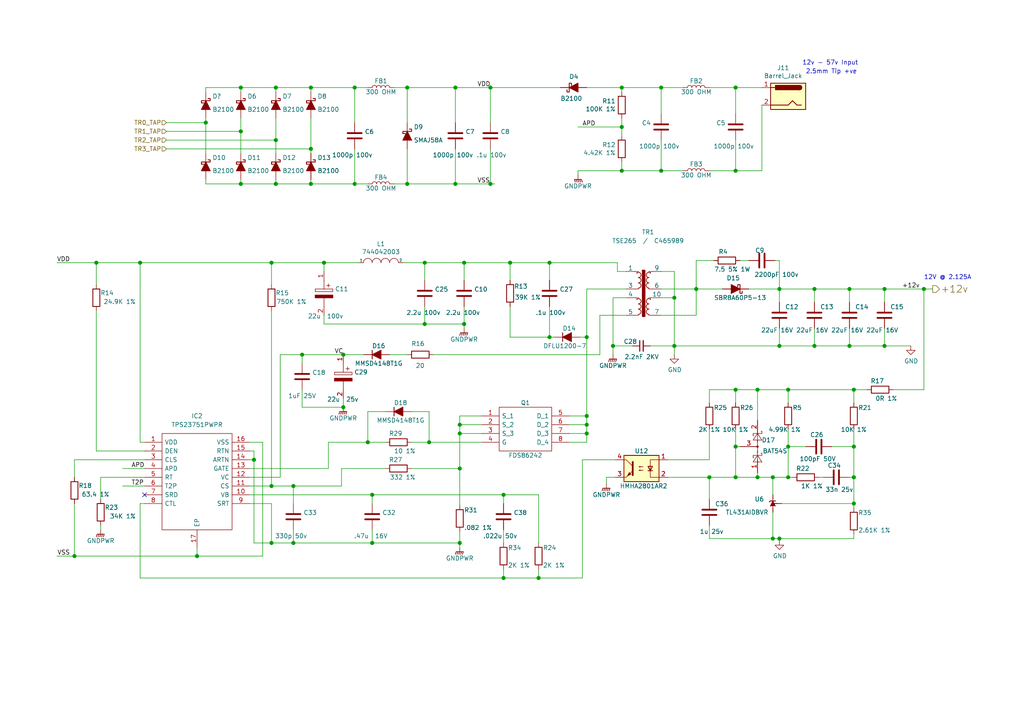
<source format=kicad_sch>
(kicad_sch (version 20201015) (generator eeschema)
  (paper "A4")
  (title_block (title "AP3500v2") (date "2021-01-19") (rev "1") (company "(c) ISis ImageStream Internet Solutions 2020") (comment 1 "www.imagestream.com"))
  (junction (at 21.59 161.29) (diameter 1.016))
  (junction (at 27.94 76.2) (diameter 1.016))
  (junction (at 40.64 76.2) (diameter 1.016))
  (junction (at 57.15 161.29) (diameter 1.016))
  (junction (at 59.69 35.56) (diameter 1.016))
  (junction (at 69.85 25.4) (diameter 1.016))
  (junction (at 69.85 38.1) (diameter 1.016))
  (junction (at 69.85 53.34) (diameter 1.016))
  (junction (at 73.66 133.35) (diameter 1.016))
  (junction (at 78.74 76.2) (diameter 1.016))
  (junction (at 78.74 140.97) (diameter 1.016))
  (junction (at 78.74 157.48) (diameter 1.016))
  (junction (at 80.01 25.4) (diameter 1.016))
  (junction (at 80.01 40.64) (diameter 1.016))
  (junction (at 80.01 53.34) (diameter 1.016))
  (junction (at 85.09 140.97) (diameter 1.016))
  (junction (at 85.09 157.48) (diameter 1.016))
  (junction (at 87.63 102.87) (diameter 1.016))
  (junction (at 90.17 25.4) (diameter 1.016))
  (junction (at 90.17 43.18) (diameter 1.016))
  (junction (at 90.17 53.34) (diameter 1.016))
  (junction (at 93.98 76.2) (diameter 1.016))
  (junction (at 99.568 102.87) (diameter 1.016))
  (junction (at 99.568 118.11) (diameter 1.016))
  (junction (at 102.87 25.4) (diameter 1.016))
  (junction (at 102.87 53.34) (diameter 1.016))
  (junction (at 106.68 128.27) (diameter 1.016))
  (junction (at 107.95 143.51) (diameter 1.016))
  (junction (at 107.95 157.48) (diameter 1.016))
  (junction (at 118.11 25.4) (diameter 1.016))
  (junction (at 118.11 53.34) (diameter 1.016))
  (junction (at 123.19 76.2) (diameter 1.016))
  (junction (at 123.19 93.98) (diameter 1.016))
  (junction (at 124.46 128.27) (diameter 1.016))
  (junction (at 132.08 25.4) (diameter 1.016))
  (junction (at 132.08 53.34) (diameter 1.016))
  (junction (at 133.35 123.19) (diameter 1.016))
  (junction (at 133.35 125.73) (diameter 1.016))
  (junction (at 133.35 135.89) (diameter 1.016))
  (junction (at 133.35 157.48) (diameter 1.016))
  (junction (at 134.62 76.2) (diameter 1.016))
  (junction (at 134.62 93.98) (diameter 1.016))
  (junction (at 142.24 25.4) (diameter 1.016))
  (junction (at 142.24 53.34) (diameter 1.016))
  (junction (at 146.05 143.51) (diameter 1.016))
  (junction (at 146.05 167.64) (diameter 1.016))
  (junction (at 147.955 76.2) (diameter 1.016))
  (junction (at 156.21 167.64) (diameter 1.016))
  (junction (at 159.385 76.2) (diameter 1.016))
  (junction (at 159.385 97.79) (diameter 1.016))
  (junction (at 170.18 97.79) (diameter 1.016))
  (junction (at 170.18 120.65) (diameter 1.016))
  (junction (at 170.18 123.19) (diameter 1.016))
  (junction (at 170.18 125.73) (diameter 1.016))
  (junction (at 177.8 100.33) (diameter 1.016))
  (junction (at 180.34 25.4) (diameter 1.016))
  (junction (at 180.34 36.83) (diameter 1.016))
  (junction (at 180.34 49.53) (diameter 1.016))
  (junction (at 191.77 25.4) (diameter 1.016))
  (junction (at 191.77 49.53) (diameter 1.016))
  (junction (at 195.58 86.36) (diameter 1.016))
  (junction (at 195.58 100.33) (diameter 1.016))
  (junction (at 201.93 83.82) (diameter 1.016))
  (junction (at 205.74 138.43) (diameter 1.016))
  (junction (at 213.36 25.4) (diameter 1.016))
  (junction (at 213.36 49.53) (diameter 1.016))
  (junction (at 213.36 113.03) (diameter 1.016))
  (junction (at 213.36 129.54) (diameter 1.016))
  (junction (at 213.36 138.43) (diameter 1.016))
  (junction (at 219.71 113.03) (diameter 1.016))
  (junction (at 219.71 138.43) (diameter 1.016))
  (junction (at 224.155 138.43) (diameter 1.016))
  (junction (at 224.155 156.21) (diameter 1.016))
  (junction (at 226.06 83.82) (diameter 1.016))
  (junction (at 226.06 100.33) (diameter 1.016))
  (junction (at 226.06 156.21) (diameter 1.016))
  (junction (at 228.6 113.03) (diameter 1.016))
  (junction (at 228.6 129.54) (diameter 1.016))
  (junction (at 228.6 138.43) (diameter 1.016))
  (junction (at 236.22 83.82) (diameter 1.016))
  (junction (at 236.22 100.33) (diameter 1.016))
  (junction (at 246.38 83.82) (diameter 1.016))
  (junction (at 246.38 100.33) (diameter 1.016))
  (junction (at 247.65 113.03) (diameter 1.016))
  (junction (at 247.65 129.54) (diameter 1.016))
  (junction (at 247.65 138.43) (diameter 1.016))
  (junction (at 247.65 146.05) (diameter 1.016))
  (junction (at 256.54 83.82) (diameter 1.016))
  (junction (at 256.54 100.33) (diameter 1.016))
  (junction (at 267.97 83.82) (diameter 1.016))
  (no_connect (at 41.91 143.51))
  (wire (pts (xy 16.51 76.2) (xy 27.94 76.2)))
  (wire (pts (xy 16.51 161.29) (xy 21.59 161.29)))
  (wire (pts (xy 21.59 133.35) (xy 41.91 133.35)))
  (wire (pts (xy 21.59 138.43) (xy 21.59 133.35)))
  (wire (pts (xy 21.59 146.05) (xy 21.59 161.29)))
  (wire (pts (xy 21.59 161.29) (xy 57.15 161.29)))
  (wire (pts (xy 27.94 76.2) (xy 27.94 82.55)))
  (wire (pts (xy 27.94 76.2) (xy 40.64 76.2)))
  (wire (pts (xy 27.94 90.17) (xy 27.94 130.81)))
  (wire (pts (xy 27.94 130.81) (xy 41.91 130.81)))
  (wire (pts (xy 29.21 138.43) (xy 41.91 138.43)))
  (wire (pts (xy 29.21 144.78) (xy 29.21 138.43)))
  (wire (pts (xy 29.21 152.4) (xy 29.21 153.67)))
  (wire (pts (xy 35.56 135.89) (xy 41.91 135.89)))
  (wire (pts (xy 35.56 140.97) (xy 41.91 140.97)))
  (wire (pts (xy 40.64 76.2) (xy 78.74 76.2)))
  (wire (pts (xy 40.64 128.27) (xy 40.64 76.2)))
  (wire (pts (xy 40.64 167.64) (xy 40.64 146.05)))
  (wire (pts (xy 41.91 128.27) (xy 40.64 128.27)))
  (wire (pts (xy 41.91 146.05) (xy 40.64 146.05)))
  (wire (pts (xy 48.26 35.56) (xy 59.69 35.56)))
  (wire (pts (xy 48.26 38.1) (xy 69.85 38.1)))
  (wire (pts (xy 48.26 40.64) (xy 80.01 40.64)))
  (wire (pts (xy 48.26 43.18) (xy 90.17 43.18)))
  (wire (pts (xy 57.15 161.29) (xy 57.15 158.75)))
  (wire (pts (xy 59.69 25.4) (xy 69.85 25.4)))
  (wire (pts (xy 59.69 26.67) (xy 59.69 25.4)))
  (wire (pts (xy 59.69 35.56) (xy 59.69 34.29)))
  (wire (pts (xy 59.69 35.56) (xy 59.69 44.45)))
  (wire (pts (xy 59.69 52.07) (xy 59.69 53.34)))
  (wire (pts (xy 59.69 53.34) (xy 69.85 53.34)))
  (wire (pts (xy 69.85 25.4) (xy 69.85 26.67)))
  (wire (pts (xy 69.85 25.4) (xy 80.01 25.4)))
  (wire (pts (xy 69.85 34.29) (xy 69.85 38.1)))
  (wire (pts (xy 69.85 38.1) (xy 69.85 44.45)))
  (wire (pts (xy 69.85 52.07) (xy 69.85 53.34)))
  (wire (pts (xy 69.85 53.34) (xy 80.01 53.34)))
  (wire (pts (xy 72.39 128.27) (xy 76.2 128.27)))
  (wire (pts (xy 72.39 133.35) (xy 73.66 133.35)))
  (wire (pts (xy 72.39 138.43) (xy 81.28 138.43)))
  (wire (pts (xy 72.39 143.51) (xy 107.95 143.51)))
  (wire (pts (xy 72.39 146.05) (xy 78.74 146.05)))
  (wire (pts (xy 73.66 130.81) (xy 72.39 130.81)))
  (wire (pts (xy 73.66 133.35) (xy 73.66 130.81)))
  (wire (pts (xy 73.66 133.35) (xy 73.66 157.48)))
  (wire (pts (xy 73.66 157.48) (xy 78.74 157.48)))
  (wire (pts (xy 76.2 128.27) (xy 76.2 161.29)))
  (wire (pts (xy 76.2 161.29) (xy 57.15 161.29)))
  (wire (pts (xy 78.74 76.2) (xy 78.74 82.55)))
  (wire (pts (xy 78.74 76.2) (xy 93.98 76.2)))
  (wire (pts (xy 78.74 90.17) (xy 78.74 140.97)))
  (wire (pts (xy 78.74 140.97) (xy 72.39 140.97)))
  (wire (pts (xy 78.74 140.97) (xy 85.09 140.97)))
  (wire (pts (xy 78.74 146.05) (xy 78.74 157.48)))
  (wire (pts (xy 80.01 25.4) (xy 80.01 26.67)))
  (wire (pts (xy 80.01 25.4) (xy 90.17 25.4)))
  (wire (pts (xy 80.01 34.29) (xy 80.01 40.64)))
  (wire (pts (xy 80.01 40.64) (xy 80.01 44.45)))
  (wire (pts (xy 80.01 52.07) (xy 80.01 53.34)))
  (wire (pts (xy 80.01 53.34) (xy 90.17 53.34)))
  (wire (pts (xy 81.28 102.87) (xy 87.63 102.87)))
  (wire (pts (xy 81.28 138.43) (xy 81.28 102.87)))
  (wire (pts (xy 85.09 140.97) (xy 85.09 146.05)))
  (wire (pts (xy 85.09 153.67) (xy 85.09 157.48)))
  (wire (pts (xy 85.09 157.48) (xy 78.74 157.48)))
  (wire (pts (xy 85.09 157.48) (xy 107.95 157.48)))
  (wire (pts (xy 87.63 102.87) (xy 87.63 105.41)))
  (wire (pts (xy 87.63 102.87) (xy 99.568 102.87)))
  (wire (pts (xy 87.63 113.03) (xy 87.63 118.11)))
  (wire (pts (xy 87.63 118.11) (xy 99.568 118.11)))
  (wire (pts (xy 90.17 25.4) (xy 90.17 26.67)))
  (wire (pts (xy 90.17 25.4) (xy 102.87 25.4)))
  (wire (pts (xy 90.17 34.29) (xy 90.17 43.18)))
  (wire (pts (xy 90.17 43.18) (xy 90.17 44.45)))
  (wire (pts (xy 90.17 52.07) (xy 90.17 53.34)))
  (wire (pts (xy 90.17 53.34) (xy 102.87 53.34)))
  (wire (pts (xy 93.98 76.2) (xy 93.98 78.74)))
  (wire (pts (xy 93.98 76.2) (xy 104.14 76.2)))
  (wire (pts (xy 93.98 93.98) (xy 93.98 91.44)))
  (wire (pts (xy 93.98 93.98) (xy 123.19 93.98)))
  (wire (pts (xy 95.25 128.27) (xy 106.68 128.27)))
  (wire (pts (xy 95.25 135.89) (xy 72.39 135.89)))
  (wire (pts (xy 95.25 135.89) (xy 95.25 128.27)))
  (wire (pts (xy 99.06 135.89) (xy 99.06 140.97)))
  (wire (pts (xy 99.06 140.97) (xy 85.09 140.97)))
  (wire (pts (xy 99.568 102.87) (xy 105.41 102.87)))
  (wire (pts (xy 99.568 115.57) (xy 99.568 118.11)))
  (wire (pts (xy 102.87 25.4) (xy 102.87 35.56)))
  (wire (pts (xy 102.87 25.4) (xy 106.68 25.4)))
  (wire (pts (xy 102.87 43.18) (xy 102.87 53.34)))
  (wire (pts (xy 102.87 53.34) (xy 106.68 53.34)))
  (wire (pts (xy 106.68 119.38) (xy 106.68 128.27)))
  (wire (pts (xy 106.68 128.27) (xy 111.76 128.27)))
  (wire (pts (xy 107.95 143.51) (xy 107.95 146.05)))
  (wire (pts (xy 107.95 143.51) (xy 146.05 143.51)))
  (wire (pts (xy 107.95 153.67) (xy 107.95 157.48)))
  (wire (pts (xy 107.95 157.48) (xy 133.35 157.48)))
  (wire (pts (xy 111.76 119.38) (xy 106.68 119.38)))
  (wire (pts (xy 111.76 135.89) (xy 99.06 135.89)))
  (wire (pts (xy 113.03 102.87) (xy 118.11 102.87)))
  (wire (pts (xy 114.3 25.4) (xy 118.11 25.4)))
  (wire (pts (xy 116.84 76.2) (xy 123.19 76.2)))
  (wire (pts (xy 118.11 25.4) (xy 118.11 35.56)))
  (wire (pts (xy 118.11 25.4) (xy 132.08 25.4)))
  (wire (pts (xy 118.11 43.18) (xy 118.11 53.34)))
  (wire (pts (xy 118.11 53.34) (xy 114.3 53.34)))
  (wire (pts (xy 119.38 119.38) (xy 124.46 119.38)))
  (wire (pts (xy 119.38 128.27) (xy 124.46 128.27)))
  (wire (pts (xy 119.38 135.89) (xy 133.35 135.89)))
  (wire (pts (xy 123.19 76.2) (xy 123.19 81.28)))
  (wire (pts (xy 123.19 76.2) (xy 134.62 76.2)))
  (wire (pts (xy 123.19 93.98) (xy 123.19 88.9)))
  (wire (pts (xy 123.19 93.98) (xy 134.62 93.98)))
  (wire (pts (xy 124.46 119.38) (xy 124.46 128.27)))
  (wire (pts (xy 124.46 128.27) (xy 139.7 128.27)))
  (wire (pts (xy 132.08 25.4) (xy 142.24 25.4)))
  (wire (pts (xy 132.08 35.56) (xy 132.08 25.4)))
  (wire (pts (xy 132.08 43.18) (xy 132.08 53.34)))
  (wire (pts (xy 132.08 53.34) (xy 118.11 53.34)))
  (wire (pts (xy 132.08 53.34) (xy 142.24 53.34)))
  (wire (pts (xy 133.35 120.65) (xy 133.35 123.19)))
  (wire (pts (xy 133.35 120.65) (xy 139.7 120.65)))
  (wire (pts (xy 133.35 123.19) (xy 133.35 125.73)))
  (wire (pts (xy 133.35 123.19) (xy 139.7 123.19)))
  (wire (pts (xy 133.35 125.73) (xy 133.35 135.89)))
  (wire (pts (xy 133.35 125.73) (xy 139.7 125.73)))
  (wire (pts (xy 133.35 135.89) (xy 133.35 146.558)))
  (wire (pts (xy 133.35 154.178) (xy 133.35 157.48)))
  (wire (pts (xy 133.35 157.48) (xy 133.35 158.75)))
  (wire (pts (xy 134.62 76.2) (xy 147.955 76.2)))
  (wire (pts (xy 134.62 81.28) (xy 134.62 76.2)))
  (wire (pts (xy 134.62 93.98) (xy 134.62 88.9)))
  (wire (pts (xy 134.62 93.98) (xy 134.62 95.25)))
  (wire (pts (xy 142.24 25.4) (xy 142.24 35.56)))
  (wire (pts (xy 142.24 25.4) (xy 162.56 25.4)))
  (wire (pts (xy 142.24 43.18) (xy 142.24 53.34)))
  (wire (pts (xy 142.24 53.34) (xy 143.51 53.34)))
  (wire (pts (xy 146.05 146.05) (xy 146.05 143.51)))
  (wire (pts (xy 146.05 153.67) (xy 146.05 157.48)))
  (wire (pts (xy 146.05 167.64) (xy 40.64 167.64)))
  (wire (pts (xy 146.05 167.64) (xy 146.05 165.1)))
  (wire (pts (xy 147.955 76.2) (xy 147.955 81.28)))
  (wire (pts (xy 147.955 88.9) (xy 147.955 97.79)))
  (wire (pts (xy 147.955 97.79) (xy 159.385 97.79)))
  (wire (pts (xy 156.21 143.51) (xy 146.05 143.51)))
  (wire (pts (xy 156.21 157.48) (xy 156.21 143.51)))
  (wire (pts (xy 156.21 165.1) (xy 156.21 167.64)))
  (wire (pts (xy 156.21 167.64) (xy 146.05 167.64)))
  (wire (pts (xy 159.385 76.2) (xy 147.955 76.2)))
  (wire (pts (xy 159.385 81.28) (xy 159.385 76.2)))
  (wire (pts (xy 159.385 97.79) (xy 159.385 88.9)))
  (wire (pts (xy 159.385 97.79) (xy 160.655 97.79)))
  (wire (pts (xy 165.1 120.65) (xy 170.18 120.65)))
  (wire (pts (xy 165.1 123.19) (xy 170.18 123.19)))
  (wire (pts (xy 165.1 125.73) (xy 170.18 125.73)))
  (wire (pts (xy 165.1 128.27) (xy 170.18 128.27)))
  (wire (pts (xy 167.64 36.83) (xy 180.34 36.83)))
  (wire (pts (xy 167.64 49.53) (xy 167.64 50.8)))
  (wire (pts (xy 167.64 49.53) (xy 180.34 49.53)))
  (wire (pts (xy 168.91 133.35) (xy 168.91 167.64)))
  (wire (pts (xy 168.91 167.64) (xy 156.21 167.64)))
  (wire (pts (xy 170.18 83.82) (xy 170.18 97.79)))
  (wire (pts (xy 170.18 83.82) (xy 181.61 83.82)))
  (wire (pts (xy 170.18 97.79) (xy 168.275 97.79)))
  (wire (pts (xy 170.18 97.79) (xy 170.18 120.65)))
  (wire (pts (xy 170.18 120.65) (xy 170.18 123.19)))
  (wire (pts (xy 170.18 123.19) (xy 170.18 125.73)))
  (wire (pts (xy 170.18 128.27) (xy 170.18 125.73)))
  (wire (pts (xy 173.99 91.44) (xy 173.99 102.87)))
  (wire (pts (xy 173.99 91.44) (xy 181.61 91.44)))
  (wire (pts (xy 173.99 102.87) (xy 125.73 102.87)))
  (wire (pts (xy 175.895 138.43) (xy 175.895 140.335)))
  (wire (pts (xy 177.8 86.36) (xy 177.8 100.33)))
  (wire (pts (xy 177.8 86.36) (xy 181.61 86.36)))
  (wire (pts (xy 177.8 100.33) (xy 177.8 102.87)))
  (wire (pts (xy 177.8 100.33) (xy 183.515 100.33)))
  (wire (pts (xy 178.435 133.35) (xy 168.91 133.35)))
  (wire (pts (xy 178.435 138.43) (xy 175.895 138.43)))
  (wire (pts (xy 179.07 76.2) (xy 159.385 76.2)))
  (wire (pts (xy 179.07 78.74) (xy 179.07 76.2)))
  (wire (pts (xy 180.34 25.4) (xy 170.18 25.4)))
  (wire (pts (xy 180.34 25.4) (xy 180.34 26.67)))
  (wire (pts (xy 180.34 34.29) (xy 180.34 36.83)))
  (wire (pts (xy 180.34 36.83) (xy 180.34 39.37)))
  (wire (pts (xy 180.34 46.99) (xy 180.34 49.53)))
  (wire (pts (xy 180.34 49.53) (xy 191.77 49.53)))
  (wire (pts (xy 181.61 78.74) (xy 179.07 78.74)))
  (wire (pts (xy 188.595 100.33) (xy 195.58 100.33)))
  (wire (pts (xy 191.77 25.4) (xy 180.34 25.4)))
  (wire (pts (xy 191.77 25.4) (xy 191.77 33.02)))
  (wire (pts (xy 191.77 40.64) (xy 191.77 49.53)))
  (wire (pts (xy 191.77 49.53) (xy 198.12 49.53)))
  (wire (pts (xy 191.77 78.74) (xy 195.58 78.74)))
  (wire (pts (xy 191.77 83.82) (xy 201.93 83.82)))
  (wire (pts (xy 191.77 86.36) (xy 195.58 86.36)))
  (wire (pts (xy 191.77 91.44) (xy 201.93 91.44)))
  (wire (pts (xy 193.675 138.43) (xy 205.74 138.43)))
  (wire (pts (xy 195.58 78.74) (xy 195.58 86.36)))
  (wire (pts (xy 195.58 86.36) (xy 195.58 100.33)))
  (wire (pts (xy 195.58 100.33) (xy 195.58 102.87)))
  (wire (pts (xy 195.58 100.33) (xy 226.06 100.33)))
  (wire (pts (xy 198.12 25.4) (xy 191.77 25.4)))
  (wire (pts (xy 201.93 75.565) (xy 201.93 83.82)))
  (wire (pts (xy 201.93 83.82) (xy 201.93 91.44)))
  (wire (pts (xy 201.93 83.82) (xy 209.55 83.82)))
  (wire (pts (xy 205.74 113.03) (xy 205.74 116.84)))
  (wire (pts (xy 205.74 113.03) (xy 213.36 113.03)))
  (wire (pts (xy 205.74 124.46) (xy 205.74 133.35)))
  (wire (pts (xy 205.74 133.35) (xy 193.675 133.35)))
  (wire (pts (xy 205.74 138.43) (xy 205.74 144.78)))
  (wire (pts (xy 205.74 138.43) (xy 213.36 138.43)))
  (wire (pts (xy 205.74 152.4) (xy 205.74 156.21)))
  (wire (pts (xy 205.74 156.21) (xy 224.155 156.21)))
  (wire (pts (xy 207.01 75.565) (xy 201.93 75.565)))
  (wire (pts (xy 213.36 25.4) (xy 205.74 25.4)))
  (wire (pts (xy 213.36 25.4) (xy 213.36 33.02)))
  (wire (pts (xy 213.36 40.64) (xy 213.36 49.53)))
  (wire (pts (xy 213.36 49.53) (xy 205.74 49.53)))
  (wire (pts (xy 213.36 113.03) (xy 219.71 113.03)))
  (wire (pts (xy 213.36 116.84) (xy 213.36 113.03)))
  (wire (pts (xy 213.36 124.46) (xy 213.36 129.54)))
  (wire (pts (xy 213.36 129.54) (xy 213.36 138.43)))
  (wire (pts (xy 213.36 129.54) (xy 214.63 129.54)))
  (wire (pts (xy 213.36 138.43) (xy 219.71 138.43)))
  (wire (pts (xy 214.63 75.565) (xy 217.17 75.565)))
  (wire (pts (xy 217.17 83.82) (xy 226.06 83.82)))
  (wire (pts (xy 219.71 113.03) (xy 219.71 121.92)))
  (wire (pts (xy 219.71 113.03) (xy 228.6 113.03)))
  (wire (pts (xy 219.71 137.16) (xy 219.71 138.43)))
  (wire (pts (xy 219.71 138.43) (xy 224.155 138.43)))
  (wire (pts (xy 220.98 25.4) (xy 213.36 25.4)))
  (wire (pts (xy 220.98 30.48) (xy 220.98 49.53)))
  (wire (pts (xy 220.98 49.53) (xy 213.36 49.53)))
  (wire (pts (xy 224.155 138.43) (xy 224.155 143.51)))
  (wire (pts (xy 224.155 138.43) (xy 228.6 138.43)))
  (wire (pts (xy 224.155 148.59) (xy 224.155 156.21)))
  (wire (pts (xy 224.155 156.21) (xy 226.06 156.21)))
  (wire (pts (xy 224.79 75.565) (xy 226.06 75.565)))
  (wire (pts (xy 226.06 75.565) (xy 226.06 83.82)))
  (wire (pts (xy 226.06 83.82) (xy 226.06 87.63)))
  (wire (pts (xy 226.06 83.82) (xy 236.22 83.82)))
  (wire (pts (xy 226.06 95.25) (xy 226.06 100.33)))
  (wire (pts (xy 226.06 100.33) (xy 236.22 100.33)))
  (wire (pts (xy 226.06 156.21) (xy 226.06 156.845)))
  (wire (pts (xy 226.695 146.05) (xy 247.65 146.05)))
  (wire (pts (xy 228.6 113.03) (xy 228.6 116.84)))
  (wire (pts (xy 228.6 113.03) (xy 247.65 113.03)))
  (wire (pts (xy 228.6 124.46) (xy 228.6 129.54)))
  (wire (pts (xy 228.6 129.54) (xy 228.6 138.43)))
  (wire (pts (xy 229.87 138.43) (xy 228.6 138.43)))
  (wire (pts (xy 233.68 129.54) (xy 228.6 129.54)))
  (wire (pts (xy 236.22 83.82) (xy 236.22 87.63)))
  (wire (pts (xy 236.22 83.82) (xy 246.38 83.82)))
  (wire (pts (xy 236.22 95.25) (xy 236.22 100.33)))
  (wire (pts (xy 236.22 100.33) (xy 246.38 100.33)))
  (wire (pts (xy 237.49 138.43) (xy 238.76 138.43)))
  (wire (pts (xy 241.3 129.54) (xy 247.65 129.54)))
  (wire (pts (xy 246.38 83.82) (xy 246.38 87.63)))
  (wire (pts (xy 246.38 83.82) (xy 256.54 83.82)))
  (wire (pts (xy 246.38 95.25) (xy 246.38 100.33)))
  (wire (pts (xy 246.38 100.33) (xy 256.54 100.33)))
  (wire (pts (xy 246.38 138.43) (xy 247.65 138.43)))
  (wire (pts (xy 247.65 113.03) (xy 247.65 116.84)))
  (wire (pts (xy 247.65 113.03) (xy 251.46 113.03)))
  (wire (pts (xy 247.65 124.46) (xy 247.65 129.54)))
  (wire (pts (xy 247.65 129.54) (xy 247.65 138.43)))
  (wire (pts (xy 247.65 138.43) (xy 247.65 146.05)))
  (wire (pts (xy 247.65 146.05) (xy 247.65 147.32)))
  (wire (pts (xy 247.65 154.94) (xy 247.65 156.21)))
  (wire (pts (xy 247.65 156.21) (xy 226.06 156.21)))
  (wire (pts (xy 256.54 83.82) (xy 256.54 87.63)))
  (wire (pts (xy 256.54 83.82) (xy 267.97 83.82)))
  (wire (pts (xy 256.54 95.25) (xy 256.54 100.33)))
  (wire (pts (xy 256.54 100.33) (xy 264.16 100.33)))
  (wire (pts (xy 259.08 113.03) (xy 267.97 113.03)))
  (wire (pts (xy 267.97 83.82) (xy 270.51 83.82)))
  (wire (pts (xy 267.97 113.03) (xy 267.97 83.82)))
  (text "2.5mm Tip +ve" (at 233.68 21.59 0) (effects (font (size 1.27 1.27)) (justify left bottom)))
  (text "12v - 57v Input" (at 248.92 19.05 180) (effects (font (size 1.27 1.27)) (justify right bottom)))
  (text "12V @ 2.125A" (at 267.97 81.28 0) (effects (font (size 1.27 1.27)) (justify left bottom)))
  (label "VDD" (at 20.32 76.2 180))
  (label "VSS" (at 20.32 161.29 180))
  (label "APD" (at 38.1 135.89 0))
  (label "T2P" (at 38.1 140.97 0))
  (label "VC" (at 99.568 102.87 180))
  (label "VDD" (at 138.43 25.4 0))
  (label "VSS" (at 138.43 53.34 0))
  (label "APD" (at 172.72 36.83 180))
  (label "+12v" (at 261.62 83.82 0))
  (hierarchical_label "TR0_TAP" (shape input) (at 48.26 35.56 180))
  (hierarchical_label "TR1_TAP" (shape input) (at 48.26 38.1 180))
  (hierarchical_label "TR2_TAP" (shape input) (at 48.26 40.64 180))
  (hierarchical_label "TR3_TAP" (shape input) (at 48.26 43.18 180))
  (hierarchical_label "+12v" (shape output) (at 270.51 83.82 0) (effects (font (size 2.007 2.007))))
  (symbol (lib_id "power:GNDPWR") (at 29.21 153.67 0) (unit 1)
    (property "Reference" "#PWR0122" (effects hide))
    (property "Value" "GNDPWR" (at 29.21 156.845 0))
  )
  (symbol (lib_id "power:GNDPWR") (at 99.568 118.11 0) (unit 1)
    (property "Reference" "#PWR0116" (effects hide))
    (property "Value" "GNDPWR" (at 99.568 121.285 0))
  )
  (symbol (lib_id "power:GNDPWR") (at 133.35 158.75 0) (unit 1)
    (property "Reference" "#PWR0128" (effects hide))
    (property "Value" "GNDPWR" (at 133.35 161.925 0))
  )
  (symbol (lib_id "power:GNDPWR") (at 134.62 95.25 0) (unit 1)
    (property "Reference" "#PWR0129" (effects hide))
    (property "Value" "GNDPWR" (at 134.62 98.425 0))
  )
  (symbol (lib_id "power:GNDPWR") (at 167.64 50.8 0) (mirror y) (unit 1)
    (property "Reference" "#PWR0135" (effects hide))
    (property "Value" "GNDPWR" (at 167.64 53.975 0))
  )
  (symbol (lib_id "power:GNDPWR") (at 175.895 140.335 0) (unit 1)
    (property "Reference" "#PWR0117" (effects hide))
    (property "Value" "GNDPWR" (at 175.895 143.51 0))
  )
  (symbol (lib_id "power:GNDPWR") (at 177.8 102.87 0) (unit 1)
    (property "Reference" "#PWR0112" (effects hide))
    (property "Value" "GNDPWR" (at 177.8 106.045 0))
  )
  (symbol (lib_id "Device:L") (at 110.49 25.4 90) (unit 1)
    (property "Reference" "FB1" (at 110.49 23.495 90))
    (property "Value" "300 OHM" (at 110.49 26.67 90))
    (property "Footprint" "Inductor_SMD:L_0603_1608Metric" (effects hide))
    (property "PartsBoxID" "742792641" (effects hide))
  )
  (symbol (lib_id "Device:L") (at 110.49 53.34 90) (unit 1)
    (property "Reference" "FB4" (at 110.49 51.435 90))
    (property "Value" "300 OHM" (at 110.49 54.61 90))
    (property "Footprint" "Inductor_SMD:L_0603_1608Metric" (effects hide))
    (property "PartsBoxID" "742792641" (effects hide))
  )
  (symbol (lib_id "Device:L") (at 201.93 25.4 270) (mirror x) (unit 1)
    (property "Reference" "FB2" (at 201.93 23.495 90))
    (property "Value" "300 OHM" (at 201.93 26.67 90))
    (property "Footprint" "Inductor_SMD:L_0603_1608Metric" (effects hide))
    (property "PartsBoxID" "742792641" (effects hide))
  )
  (symbol (lib_id "Device:L") (at 201.93 49.53 270) (mirror x) (unit 1)
    (property "Reference" "FB3" (at 201.93 47.625 90))
    (property "Value" "300 OHM" (at 201.93 50.8 90))
    (property "Footprint" "Inductor_SMD:L_0603_1608Metric" (effects hide))
    (property "PartsBoxID" "742792641" (effects hide))
  )
  (symbol (lib_id "power:GND") (at 195.58 102.87 0) (unit 1)
    (property "Reference" "#PWR0115" (effects hide))
    (property "Value" "GND" (at 195.707 107.2642 0))
  )
  (symbol (lib_id "power:GND") (at 226.06 156.845 0) (unit 1)
    (property "Reference" "#PWR0121" (effects hide))
    (property "Value" "GND" (at 226.187 161.2392 0))
  )
  (symbol (lib_id "power:GND") (at 264.16 100.33 0) (unit 1)
    (property "Reference" "#PWR0124" (effects hide))
    (property "Value" "GND" (at 264.287 104.7242 0))
  )
  (symbol (lib_id "Device:R") (at 21.59 142.24 0) (mirror y) (unit 1)
    (property "Reference" "R18" (at 26.67 140.843 0) (effects (justify left)))
    (property "Value" "63.4 1%" (at 31.75 143.383 0) (effects (justify left)))
    (property "Footprint" "Resistor_SMD:R_0603_1608Metric" (effects hide))
    (property "Part Description" "Resistor 63.4 0402 1% 100mW" (effects hide))
    (property "PartsBoxID" "0603-63.4-1%-100mW" (effects hide))
  )
  (symbol (lib_id "Device:R") (at 27.94 86.36 0) (mirror y) (unit 1)
    (property "Reference" "R14" (at 33.02 84.963 0) (effects (justify left)))
    (property "Value" "24.9K 1%" (at 39.37 87.503 0) (effects (justify left)))
    (property "Footprint" "Resistor_SMD:R_0603_1608Metric" (effects hide))
    (property "Part Description" "Resistor 24.9K 0603 .1% 63mW" (effects hide))
    (property "PartsBoxID" "0603-24.9K-1%" (effects hide))
  )
  (symbol (lib_id "Device:R") (at 29.21 148.59 0) (mirror y) (unit 1)
    (property "Reference" "R23" (at 34.29 147.193 0) (effects (justify left)))
    (property "Value" "34K 1%" (at 39.37 149.733 0) (effects (justify left)))
    (property "Footprint" "Resistor_SMD:R_0603_1608Metric" (effects hide))
    (property "Field6" "CRCW040248K7FKED" (effects hide))
    (property "Part Description" "Resistor 34K 0402 1% 63mW" (effects hide))
    (property "PartsBoxID" "0603-34K-1%" (effects hide))
  )
  (symbol (lib_id "Device:R") (at 78.74 86.36 0) (mirror y) (unit 1)
    (property "Reference" "R15" (at 83.82 84.963 0) (effects (justify left)))
    (property "Value" "750K 1%" (at 88.9 87.503 0) (effects (justify left)))
    (property "Footprint" "Resistor_SMD:R_0603_1608Metric" (effects hide))
    (property "Part Description" "Resistor 750K 0402 1% 63mW" (effects hide))
    (property "PartsBoxID" "0603-750K-1%" (effects hide))
  )
  (symbol (lib_id "Device:R") (at 115.57 128.27 90) (mirror x) (unit 1)
    (property "Reference" "R29" (at 116.713 125.73 90) (effects (justify left)))
    (property "Value" "10 1%" (at 120.523 130.81 90) (effects (justify left)))
    (property "Footprint" "Resistor_SMD:R_0603_1608Metric" (effects hide))
    (property "Part Description" "Resistor 43.2 0402 1% 63mW" (effects hide))
    (property "PartsBoxID" "CRCW060310R0JNEA" (effects hide))
  )
  (symbol (lib_id "Device:R") (at 115.57 135.89 90) (mirror x) (unit 1)
    (property "Reference" "R27" (at 116.713 133.35 90) (effects (justify left)))
    (property "Value" "332 1%" (at 120.523 138.43 90) (effects (justify left)))
    (property "Footprint" "Resistor_SMD:R_0603_1608Metric" (effects hide))
    (property "Part Description" "Resistor 332 0402 1% 63mW" (effects hide))
    (property "PartsBoxID" "0603-332-1%" (effects hide))
  )
  (symbol (lib_id "Device:R") (at 121.92 102.87 90) (unit 1)
    (property "Reference" "R16" (at 123.19 99.695 90) (effects (justify left)))
    (property "Value" "20" (at 123.19 106.045 90) (effects (justify left)))
    (property "Footprint" "Resistor_SMD:R_0805_2012Metric" (effects hide))
    (property "PartsBoxID" "CRCW080520R0JNEA" (effects hide))
    (property "MPN" "-" (effects hide))
    (property "SPR" "-" (effects hide))
    (property "SPN" "-" (effects hide))
    (property "SPURL" "-" (effects hide))
  )
  (symbol (lib_id "Device:R") (at 133.35 150.368 0) (mirror x) (unit 1)
    (property "Reference" "R31" (at 134.62 147.955 0) (effects (justify left)))
    (property "Value" ".082 1%" (at 134.62 153.035 0) (effects (justify left)))
    (property "Footprint" "Resistor_SMD:R_1206_3216Metric" (effects hide))
    (property "PartsBoxID" "KDV12FR082ET" (effects hide))
  )
  (symbol (lib_id "Device:R") (at 146.05 161.29 0) (mirror x) (unit 1)
    (property "Reference" "R34" (at 147.32 158.877 0) (effects (justify left)))
    (property "Value" "2K 1%" (at 147.32 163.957 0) (effects (justify left)))
    (property "Footprint" "Resistor_SMD:R_0603_1608Metric" (effects hide))
    (property "PartsBoxID" "0603-2K-1%" (effects hide))
  )
  (symbol (lib_id "Device:R") (at 147.955 85.09 0) (mirror y) (unit 1)
    (property "Reference" "R13" (at 153.035 83.058 0) (effects (justify left)))
    (property "Value" "39K 1%" (at 156.845 86.233 0) (effects (justify left)))
    (property "Footprint" "Resistor_SMD:R_0805_2012Metric" (effects hide))
    (property "Part Description" "Resistor 39K 0805 1% 250mW" (effects hide))
    (property "PartsBoxID" "0805-39K-1%-250mW" (effects hide))
  )
  (symbol (lib_id "Device:R") (at 156.21 161.29 0) (mirror x) (unit 1)
    (property "Reference" "R24" (at 157.48 158.877 0) (effects (justify left)))
    (property "Value" "2K 1%" (at 157.48 163.957 0) (effects (justify left)))
    (property "Footprint" "Resistor_SMD:R_0603_1608Metric" (effects hide))
    (property "PartsBoxID" "0603-2K-1%" (effects hide))
  )
  (symbol (lib_id "Device:R") (at 180.34 30.48 0) (mirror y) (unit 1)
    (property "Reference" "R11" (at 178.562 29.3116 0) (effects (justify left)))
    (property "Value" "100K 1%" (at 178.562 31.623 0) (effects (justify left)))
    (property "Footprint" "Resistor_SMD:R_0603_1608Metric" (effects hide))
    (property "Part Description" "Resistor 100K 0402 1% 63mW" (effects hide))
    (property "PartsBoxID" "0603-100K-1%" (effects hide))
  )
  (symbol (lib_id "Device:R") (at 180.34 43.18 0) (mirror y) (unit 1)
    (property "Reference" "R12" (at 178.562 42.0116 0) (effects (justify left)))
    (property "Value" "4.42K 1%" (at 178.562 44.323 0) (effects (justify left)))
    (property "Footprint" "Resistor_SMD:R_0603_1608Metric" (effects hide))
    (property "PartsBoxID" "0603-4.42K-1%" (effects hide))
  )
  (symbol (lib_id "Device:R") (at 205.74 120.65 0) (mirror x) (unit 1)
    (property "Reference" "R25" (at 207.01 118.237 0) (effects (justify left)))
    (property "Value" "2K 1%" (at 202.565 124.587 0) (effects (justify left)))
    (property "Footprint" "Resistor_SMD:R_0603_1608Metric" (effects hide))
    (property "PartsBoxID" "0603-2K-1%" (effects hide))
  )
  (symbol (lib_id "Device:R") (at 210.82 75.565 270) (mirror x) (unit 1)
    (property "Reference" "R4" (at 208.407 73.025 90) (effects (justify left)))
    (property "Value" "7.5 5% 1W" (at 207.137 78.105 90) (effects (justify left)))
    (property "Footprint" "Resistor_SMD:R_2512_6332Metric" (effects hide))
    (property "Part Description" "Resistor 7.5 2512 5% 1W" (effects hide))
    (property "PartsBoxID" "CRCW25127R50JNEG" (effects hide))
  )
  (symbol (lib_id "Device:R") (at 213.36 120.65 0) (mirror x) (unit 1)
    (property "Reference" "R26" (at 214.63 118.237 0) (effects (justify left)))
    (property "Value" "10K 1%" (at 209.55 124.587 0) (effects (justify left)))
    (property "Footprint" "Resistor_SMD:R_0603_1608Metric" (effects hide))
    (property "Part Description" "Resistor 10K 0402 1% 63mW" (effects hide))
    (property "PartsBoxID" "0603-10K-1%" (effects hide))
  )
  (symbol (lib_id "Device:R") (at 228.6 120.65 0) (mirror x) (unit 1)
    (property "Reference" "R5" (at 229.87 118.237 0) (effects (justify left)))
    (property "Value" "4.99K 1%" (at 222.885 124.587 0) (effects (justify left)))
    (property "Footprint" "Resistor_SMD:R_0603_1608Metric" (effects hide))
    (property "PartsBoxID" "CRCW06034K99FKEA" (effects hide))
  )
  (symbol (lib_id "Device:R") (at 233.68 138.43 90) (mirror x) (unit 1)
    (property "Reference" "R22" (at 234.823 135.89 90) (effects (justify left)))
    (property "Value" "1K 1%" (at 238.633 140.97 90) (effects (justify left)))
    (property "Footprint" "Resistor_SMD:R_0603_1608Metric" (effects hide))
    (property "PartsBoxID" "0603-1K-1%" (effects hide))
  )
  (symbol (lib_id "Device:R") (at 247.65 120.65 0) (mirror x) (unit 1)
    (property "Reference" "R21" (at 248.92 118.237 0) (effects (justify left)))
    (property "Value" "10K 1%" (at 243.84 124.587 0) (effects (justify left)))
    (property "Footprint" "Resistor_SMD:R_0603_1608Metric" (effects hide))
    (property "Part Description" "Resistor 10K 0402 1% 63mW" (effects hide))
    (property "PartsBoxID" "0603-10K-1%" (effects hide))
  )
  (symbol (lib_id "Device:R") (at 247.65 151.13 0) (mirror x) (unit 1)
    (property "Reference" "R35" (at 248.92 148.717 0) (effects (justify left)))
    (property "Value" "2.61K 1%" (at 248.92 153.797 0) (effects (justify left)))
    (property "Footprint" "Resistor_SMD:R_0603_1608Metric" (effects hide))
    (property "PartsBoxID" "0603-2.61K-1%" (effects hide))
  )
  (symbol (lib_id "Device:R") (at 255.27 113.03 90) (mirror x) (unit 1)
    (property "Reference" "R17" (at 256.413 110.49 90) (effects (justify left)))
    (property "Value" "0R 1%" (at 260.223 115.57 90) (effects (justify left)))
    (property "Footprint" "Resistor_SMD:R_0603_1608Metric" (effects hide))
    (property "Part Description" "Resistor 49.9 0402 1% 63mW" (effects hide))
    (property "PartsBoxID" "0603-0R-1%" (effects hide))
  )
  (symbol (lib_id "Device:C_Small") (at 186.055 100.33 90) (unit 1)
    (property "Reference" "C28" (at 184.785 99.06 90) (effects (justify left)))
    (property "Value" "2.2nF 2KV" (at 191.135 103.505 90) (effects (justify left)))
    (property "Footprint" "Capacitor_SMD:C_1210_3225Metric" (effects hide))
    (property "PartsBoxID" "1210-2.2nF-X7R-2KV" (effects hide))
    (property "MPN" "-" (effects hide))
    (property "SPR" "-" (effects hide))
    (property "SPN" "-" (effects hide))
    (property "SPURL" "-" (effects hide))
  )
  (symbol (lib_id "pspice:INDUCTOR") (at 110.49 76.2 0) (unit 1)
    (property "Reference" "L1" (at 110.49 70.739 0))
    (property "Value" "744042003" (at 110.49 73.0504 0))
    (property "Footprint" "Scott:WE-TPC_4818_482892-744042003" (effects hide))
    (property "PartsBoxID" "744042003" (effects hide))
  )
  (symbol (lib_id "Device:D_Schottky_ALT") (at 59.69 30.48 270) (unit 1)
    (property "Reference" "D?" (at 61.595 27.94 90) (effects (justify left)))
    (property "Value" "B2100" (at 61.595 31.75 90) (effects (justify left)))
    (property "Footprint" "Diode_SMD:D_SMA" (effects hide))
    (property "Datasheet" "https://www.mouser.com/datasheet/2/115/B270AE-B280AE-B290AE-B2100AE-B270BE-B280BE-B290BE--1142497.pdf" (effects hide))
    (property "PartsBoxID" "B2100AE-13" (effects hide))
  )
  (symbol (lib_id "Device:D_Schottky_ALT") (at 59.69 48.26 270) (unit 1)
    (property "Reference" "D10" (at 61.595 45.72 90) (effects (justify left)))
    (property "Value" "B2100" (at 61.595 49.53 90) (effects (justify left)))
    (property "Footprint" "Diode_SMD:D_SMA" (effects hide))
    (property "Datasheet" "https://www.mouser.com/datasheet/2/115/B270AE-B280AE-B290AE-B2100AE-B270BE-B280BE-B290BE--1142497.pdf" (effects hide))
    (property "PartsBoxID" "B2100AE-13" (effects hide))
  )
  (symbol (lib_id "Device:D_Schottky_ALT") (at 69.85 30.48 270) (unit 1)
    (property "Reference" "D6" (at 71.755 27.94 90) (effects (justify left)))
    (property "Value" "B2100" (at 71.755 31.75 90) (effects (justify left)))
    (property "Footprint" "Diode_SMD:D_SMA" (effects hide))
    (property "Datasheet" "https://www.mouser.com/datasheet/2/115/B270AE-B280AE-B290AE-B2100AE-B270BE-B280BE-B290BE--1142497.pdf" (effects hide))
    (property "PartsBoxID" "B2100AE-13" (effects hide))
  )
  (symbol (lib_id "Device:D_Schottky_ALT") (at 69.85 48.26 270) (unit 1)
    (property "Reference" "D11" (at 71.755 45.72 90) (effects (justify left)))
    (property "Value" "B2100" (at 71.755 49.53 90) (effects (justify left)))
    (property "Footprint" "Diode_SMD:D_SMA" (effects hide))
    (property "Datasheet" "https://www.mouser.com/datasheet/2/115/B270AE-B280AE-B290AE-B2100AE-B270BE-B280BE-B290BE--1142497.pdf" (effects hide))
    (property "PartsBoxID" "B2100AE-13" (effects hide))
  )
  (symbol (lib_id "Device:D_Schottky_ALT") (at 80.01 30.48 270) (unit 1)
    (property "Reference" "D7" (at 81.915 27.94 90) (effects (justify left)))
    (property "Value" "B2100" (at 81.915 31.75 90) (effects (justify left)))
    (property "Footprint" "Diode_SMD:D_SMA" (effects hide))
    (property "Datasheet" "https://www.mouser.com/datasheet/2/115/B270AE-B280AE-B290AE-B2100AE-B270BE-B280BE-B290BE--1142497.pdf" (effects hide))
    (property "PartsBoxID" "B2100AE-13" (effects hide))
  )
  (symbol (lib_id "Device:D_Schottky_ALT") (at 80.01 48.26 270) (unit 1)
    (property "Reference" "D12" (at 81.915 45.72 90) (effects (justify left)))
    (property "Value" "B2100" (at 81.915 49.53 90) (effects (justify left)))
    (property "Footprint" "Diode_SMD:D_SMA" (effects hide))
    (property "Datasheet" "https://www.mouser.com/datasheet/2/115/B270AE-B280AE-B290AE-B2100AE-B270BE-B280BE-B290BE--1142497.pdf" (effects hide))
    (property "PartsBoxID" "B2100AE-13" (effects hide))
  )
  (symbol (lib_id "Device:D_Schottky_ALT") (at 90.17 30.48 270) (unit 1)
    (property "Reference" "D8" (at 92.075 27.94 90) (effects (justify left)))
    (property "Value" "B2100" (at 92.075 31.75 90) (effects (justify left)))
    (property "Footprint" "Diode_SMD:D_SMA" (effects hide))
    (property "Datasheet" "https://www.mouser.com/datasheet/2/115/B270AE-B280AE-B290AE-B2100AE-B270BE-B280BE-B290BE--1142497.pdf" (effects hide))
    (property "PartsBoxID" "B2100AE-13" (effects hide))
  )
  (symbol (lib_id "Device:D_Schottky_ALT") (at 90.17 48.26 270) (unit 1)
    (property "Reference" "D13" (at 92.075 45.72 90) (effects (justify left)))
    (property "Value" "B2100" (at 92.075 49.53 90) (effects (justify left)))
    (property "Footprint" "Diode_SMD:D_SMA" (effects hide))
    (property "Datasheet" "https://www.mouser.com/datasheet/2/115/B270AE-B280AE-B290AE-B2100AE-B270BE-B280BE-B290BE--1142497.pdf" (effects hide))
    (property "PartsBoxID" "B2100AE-13" (effects hide))
  )
  (symbol (lib_id "Device:D_ALT") (at 109.22 102.87 0) (unit 1)
    (property "Reference" "D16" (at 109.855 100.33 0))
    (property "Value" "MMSD4148T1G" (at 109.855 105.41 0))
    (property "Footprint" "Diode_SMD:D_SOD-123" (effects hide))
    (property "PartsBoxID" "MMSD4148T1G" (effects hide))
  )
  (symbol (lib_id "Device:D_ALT") (at 115.57 119.38 0) (unit 1)
    (property "Reference" "D18" (at 116.205 116.84 0))
    (property "Value" "MMSD4148T1G" (at 116.205 121.92 0))
    (property "Footprint" "Diode_SMD:D_SOD-123" (effects hide))
    (property "PartsBoxID" "MMSD4148T1G" (effects hide))
  )
  (symbol (lib_id "Device:D_Schottky_ALT") (at 118.11 39.37 270) (unit 1)
    (property "Reference" "D9" (at 120.015 36.83 90) (effects (justify left)))
    (property "Value" "SMAJ58A" (at 120.015 40.64 90) (effects (justify left)))
    (property "Footprint" "Diode_SMD:D_SMA" (effects hide))
    (property "Datasheet" "https://componentsearchengine.com/Datasheets/2/SMAJ58A.pdf" (effects hide))
    (property "PartsBoxID" "SMAJ58A" (effects hide))
    (property "Height" "2.29" (effects hide))
    (property "Manufacturer_Name" "LITTELFUSE" (effects hide))
    (property "Manufacturer_Part_Number" "SMAJ58A" (effects hide))
    (property "Arrow Part Number" "SMAJ58A" (effects hide))
    (property "Arrow Price/Stock" "https://www.arrow.com/en/products/smaj58a/littelfuse" (effects hide))
    (property "Mouser Part Number" "576-SMAJ58A" (effects hide))
    (property "Mouser Price/Stock" "https://www.mouser.co.uk/ProductDetail/Littelfuse/SMAJ58A?qs=2VFNtWizgiepPOMiS0Encw%3D%3D" (effects hide))
  )
  (symbol (lib_id "Device:D_ALT") (at 164.465 97.79 0) (unit 1)
    (property "Reference" "D14" (at 165.1 95.25 0))
    (property "Value" "DFLU1200-7" (at 163.83 100.33 0))
    (property "Footprint" "Diode_SMD:D_PowerDI-123" (effects hide))
    (property "PartsBoxID" "DFLU1200-7" (effects hide))
  )
  (symbol (lib_id "Device:D_Schottky_ALT") (at 166.37 25.4 0) (mirror x) (unit 1)
    (property "Reference" "D4" (at 165.1 22.225 0) (effects (justify left)))
    (property "Value" "B2100" (at 162.56 28.575 0) (effects (justify left)))
    (property "Footprint" "Diode_SMD:D_SMA" (effects hide))
    (property "Datasheet" "https://www.mouser.com/datasheet/2/115/B270AE-B280AE-B290AE-B2100AE-B270BE-B280BE-B290BE--1142497.pdf" (effects hide))
    (property "PartsBoxID" "B2100AE-13" (effects hide))
  )
  (symbol (lib_id "Device:D_Schottky_ALT") (at 213.36 83.82 180) (unit 1)
    (property "Reference" "D15" (at 214.63 80.645 0) (effects (justify left)))
    (property "Value" "SBR8A60P5-13" (at 222.25 86.36 0) (effects (justify left)))
    (property "Footprint" "Diode_SMD:D_PowerDI-5" (effects hide))
    (property "PartsBoxID" "SBR8A60P5-13" (effects hide))
  )
  (symbol (lib_id "Reference_Voltage:TL431DBV") (at 224.155 146.05 270) (mirror x) (unit 1)
    (property "Reference" "U6" (at 221.615 144.78 90) (effects (justify right)))
    (property "Value" "TL431AIDBVR" (at 222.885 148.59 90) (effects (justify right)))
    (property "Footprint" "Package_TO_SOT_SMD:SOT-23-5" (effects hide))
    (property "Datasheet" "http://www.ti.com/lit/ds/symlink/tl431.pdf" (effects hide))
    (property "PartsBoxID" "TL431AIDBVR" (effects hide))
  )
  (symbol (lib_id "Device:C") (at 85.09 149.86 0) (unit 1)
    (property "Reference" "C33" (at 88.011 148.6916 0) (effects (justify left)))
    (property "Value" "330p 50v" (at 79.756 155.448 0) (effects (justify left)))
    (property "Footprint" "Capacitor_SMD:C_0603_1608Metric" (effects hide))
    (property "Part Description" "330pF 10% or 20% 50V Ceramic Capacitor C0G 0603" (effects hide))
    (property "PartsBoxID" "0603-330pF-C0G-50V" (effects hide))
  )
  (symbol (lib_id "Device:C") (at 87.63 109.22 0) (unit 1)
    (property "Reference" "C18" (at 90.551 108.0516 0) (effects (justify left)))
    (property "Value" "1uF 25V" (at 83.566 114.808 0) (effects (justify left)))
    (property "Footprint" "Capacitor_SMD:C_0805_2012Metric" (effects hide))
    (property "Part Description" "C2012X5R1E105K" (effects hide))
    (property "PartsBoxID" "0805-1uF-X5R-25V" (effects hide))
  )
  (symbol (lib_id "Device:C") (at 102.87 39.37 0) (unit 1)
    (property "Reference" "C6" (at 105.791 38.2016 0) (effects (justify left)))
    (property "Value" "1000p 100v" (at 96.266 44.958 0) (effects (justify left)))
    (property "Footprint" "Capacitor_SMD:C_0805_2012Metric" (effects hide))
    (property "Field4" "Digikey" (effects hide))
    (property "Field6" "CL21B102KCANNNC" (effects hide))
    (property "Field7" "Samsung Electro-Mechanics" (effects hide))
    (property "Part Description" "1000pF 10% or 20% 100V Ceramic Capacitor X7R 0805" (effects hide))
    (property "PartsBoxID" "0805-1000pF-X7R-100V" (effects hide))
  )
  (symbol (lib_id "Device:C") (at 107.95 149.86 0) (unit 1)
    (property "Reference" "C32" (at 110.871 148.6916 0) (effects (justify left)))
    (property "Value" ".47u  16V" (at 102.616 155.448 0) (effects (justify left)))
    (property "Footprint" "Capacitor_SMD:C_0603_1608Metric" (effects hide))
    (property "Part Description" ".47uF 10% or 20% 16V Ceramic Capacitor X7R 0603" (effects hide))
    (property "PartsBoxID" "0603-.47uF-X7R-16V" (effects hide))
  )
  (symbol (lib_id "Device:C") (at 123.19 85.09 0) (unit 1)
    (property "Reference" "C25" (at 126.111 83.9216 0) (effects (justify left)))
    (property "Value" "2.2u 100v" (at 117.856 90.678 0) (effects (justify left)))
    (property "Footprint" "Capacitor_SMD:C_1210_3225Metric" (effects hide))
    (property "PartsBoxID" "1210-2.2uF-X7R-100V" (effects hide))
  )
  (symbol (lib_id "Device:C") (at 132.08 39.37 0) (unit 1)
    (property "Reference" "C7" (at 135.001 38.2016 0) (effects (justify left)))
    (property "Value" "1000p 100v" (at 125.476 44.958 0) (effects (justify left)))
    (property "Footprint" "Capacitor_SMD:C_0805_2012Metric" (effects hide))
    (property "Field4" "Digikey" (effects hide))
    (property "Field6" "CL21B102KCANNNC" (effects hide))
    (property "Field7" "Samsung Electro-Mechanics" (effects hide))
    (property "Part Description" "1000pF 10% or 20% 100V Ceramic Capacitor X7R 0805" (effects hide))
    (property "PartsBoxID" "0805-1000pF-X7R-100V" (effects hide))
  )
  (symbol (lib_id "Device:C") (at 134.62 85.09 0) (unit 1)
    (property "Reference" "C10" (at 137.541 83.9216 0) (effects (justify left)))
    (property "Value" "2.2u 100v" (at 129.286 90.678 0) (effects (justify left)))
    (property "Footprint" "Capacitor_SMD:C_1210_3225Metric" (effects hide))
    (property "PartsBoxID" "1210-2.2uF-X7R-100V" (effects hide))
  )
  (symbol (lib_id "Device:C") (at 142.24 39.37 0) (unit 1)
    (property "Reference" "C8" (at 145.161 38.2016 0) (effects (justify left)))
    (property "Value" ".1u 100v" (at 138.176 44.958 0) (effects (justify left)))
    (property "Footprint" "Capacitor_SMD:C_0603_1608Metric" (effects hide))
    (property "Part Description" ".1uF 10% or 20% 100V Ceramic Capacitor X7R 0603" (effects hide))
    (property "PartsBoxID" "0603-100nF-X7R-100V" (effects hide))
  )
  (symbol (lib_id "Device:C") (at 146.05 149.86 0) (unit 1)
    (property "Reference" "C38" (at 148.971 148.6916 0) (effects (justify left)))
    (property "Value" ".022u 50v" (at 140.081 155.448 0) (effects (justify left)))
    (property "Footprint" "Capacitor_SMD:C_0603_1608Metric" (effects hide))
    (property "Part Description" ".022uF 10% or 20% 50V Ceramic Capacitor X7R 0603" (effects hide))
    (property "PartsBoxID" "0603-22nF-X7R-50V" (effects hide))
  )
  (symbol (lib_id "Device:C") (at 159.385 85.09 0) (unit 1)
    (property "Reference" "C27" (at 162.306 83.9216 0) (effects (justify left)))
    (property "Value" ".1u 100v" (at 155.321 90.678 0) (effects (justify left)))
    (property "Footprint" "Capacitor_SMD:C_0603_1608Metric" (effects hide))
    (property "Part Description" ".1uF 10% or 20% 100V Ceramic Capacitor X7R 0603" (effects hide))
    (property "PartsBoxID" "0603-100nF-X7R-100V" (effects hide))
  )
  (symbol (lib_id "Device:C") (at 191.77 36.83 0) (mirror y) (unit 1)
    (property "Reference" "C4" (at 188.849 35.6616 0) (effects (justify left)))
    (property "Value" "1000p 100v" (at 197.104 42.418 0) (effects (justify left)))
    (property "Footprint" "Capacitor_SMD:C_0805_2012Metric" (effects hide))
    (property "Field4" "Digikey" (effects hide))
    (property "Field6" "CL21B102KCANNNC" (effects hide))
    (property "Field7" "Samsung Electro-Mechanics" (effects hide))
    (property "Part Description" "1000pF 10% or 20% 100V Ceramic Capacitor X7R 0805" (effects hide))
    (property "PartsBoxID" "0805-1000pF-X7R-100V" (effects hide))
  )
  (symbol (lib_id "Device:C") (at 205.74 148.59 0) (unit 1)
    (property "Reference" "C36" (at 207.391 146.1516 0) (effects (justify left)))
    (property "Value" "1u 25v" (at 202.946 154.178 0) (effects (justify left)))
    (property "Footprint" "Capacitor_SMD:C_0805_2012Metric" (effects hide))
    (property "PartsBoxID" "0805-1uF-X7R-25V" (effects hide))
  )
  (symbol (lib_id "Device:C") (at 213.36 36.83 0) (mirror y) (unit 1)
    (property "Reference" "C5" (at 210.439 35.6616 0) (effects (justify left)))
    (property "Value" "1000p 100v" (at 218.694 42.418 0) (effects (justify left)))
    (property "Footprint" "Capacitor_SMD:C_0805_2012Metric" (effects hide))
    (property "Field4" "Digikey" (effects hide))
    (property "Field6" "CL21B102KCANNNC" (effects hide))
    (property "Field7" "Samsung Electro-Mechanics" (effects hide))
    (property "Part Description" "1000pF 10% or 20% 100V Ceramic Capacitor X7R 0805" (effects hide))
    (property "PartsBoxID" "0805-1000pF-X7R-100V" (effects hide))
  )
  (symbol (lib_id "Device:C") (at 220.98 75.565 90) (unit 1)
    (property "Reference" "C9" (at 221.7166 72.644 90) (effects (justify left)))
    (property "Value" "2200pF 100v" (at 231.648 79.629 90) (effects (justify left)))
    (property "Footprint" "Capacitor_SMD:C_0603_1608Metric" (effects hide))
    (property "Part Description" "0603-2200pF-X7R-100V" (effects hide))
    (property "PartsBoxID" "0603-2200pF-X7R-100V" (effects hide))
  )
  (symbol (lib_id "Device:C") (at 226.06 91.44 0) (unit 1)
    (property "Reference" "C12" (at 227.711 89.0016 0) (effects (justify left)))
    (property "Value" "22uF 16V" (at 220.726 95.758 0) (effects (justify left)))
    (property "Footprint" "Capacitor_SMD:C_1210_3225Metric" (effects hide))
    (property "Field4" "Mouser" (effects hide))
    (property "Part Description" "GCM32ER71C226KE19L" (effects hide))
    (property "PartsBoxID" "1210-22uF-X7R-16V" (effects hide))
  )
  (symbol (lib_id "Device:C") (at 236.22 91.44 0) (unit 1)
    (property "Reference" "C13" (at 237.871 89.0016 0) (effects (justify left)))
    (property "Value" "22uF 16V" (at 230.886 95.758 0) (effects (justify left)))
    (property "Footprint" "Capacitor_SMD:C_1210_3225Metric" (effects hide))
    (property "Field4" "Mouser" (effects hide))
    (property "Part Description" "GCM32ER71C226KE19L" (effects hide))
    (property "PartsBoxID" "1210-22uF-X7R-16V" (effects hide))
  )
  (symbol (lib_id "Device:C") (at 237.49 129.54 90) (mirror x) (unit 1)
    (property "Reference" "C26" (at 238.8616 126.111 90) (effects (justify left)))
    (property "Value" "100pF 50V" (at 242.443 133.096 90) (effects (justify left)))
    (property "Footprint" "Capacitor_SMD:C_0603_1608Metric" (effects hide))
    (property "PartsBoxID" "GRM1885C1H101JA01D" (effects hide))
  )
  (symbol (lib_id "Device:C") (at 242.57 138.43 90) (mirror x) (unit 1)
    (property "Reference" "C34" (at 243.9416 135.001 90) (effects (justify left)))
    (property "Value" "33n 25v" (at 247.523 141.986 90) (effects (justify left)))
    (property "Footprint" "Capacitor_SMD:C_0603_1608Metric" (effects hide))
    (property "PartsBoxID" "0603-33nF-X7R-25V" (effects hide))
  )
  (symbol (lib_id "Device:C") (at 246.38 91.44 0) (unit 1)
    (property "Reference" "C14" (at 248.031 89.0016 0) (effects (justify left)))
    (property "Value" "22uF 16V" (at 241.046 95.758 0) (effects (justify left)))
    (property "Footprint" "Capacitor_SMD:C_1210_3225Metric" (effects hide))
    (property "Field4" "Mouser" (effects hide))
    (property "Part Description" "GCM32ER71C226KE19L" (effects hide))
    (property "PartsBoxID" "1210-22uF-X7R-16V" (effects hide))
  )
  (symbol (lib_id "Device:C") (at 256.54 91.44 0) (unit 1)
    (property "Reference" "C15" (at 258.191 89.0016 0) (effects (justify left)))
    (property "Value" "22uF 16V" (at 251.206 95.758 0) (effects (justify left)))
    (property "Footprint" "Capacitor_SMD:C_1210_3225Metric" (effects hide))
    (property "Field4" "Mouser" (effects hide))
    (property "Part Description" "GCM32ER71C226KE19L" (effects hide))
    (property "PartsBoxID" "1210-22uF-X7R-16V" (effects hide))
  )
  (symbol (lib_id "AP3500-rescue:EEEFK2A330P-EEEFK2A330P") (at 93.98 78.74 270) (unit 1)
    (property "Reference" "C11" (at 97.155 83.82 90) (effects (justify left)))
    (property "Value" "22u  100v" (at 89.281 91.694 90) (effects (justify left)))
    (property "Footprint" "Capacitor_SMD:CP_Elec_8x10.5" (effects hide))
    (property "PartsBoxID" "EEE-FK2A220P" (effects hide))
    (property "Manufacturer_Name" "Panasonic" (effects hide))
  )
  (symbol (lib_id "AP3500-rescue:EEEFK2A330P-EEEFK2A330P") (at 99.568 102.87 270) (unit 1)
    (property "Reference" "C29" (at 102.743 107.95 90) (effects (justify left)))
    (property "Value" "22u  25v" (at 94.869 115.824 90) (effects (justify left)))
    (property "Footprint" "Capacitor_SMD:CP_Elec_5x5.8" (effects hide))
    (property "PartsBoxID" "EEEFK1E220R" (effects hide))
    (property "Manufacturer_Name" "Panasonic" (effects hide))
  )
  (symbol (lib_id "Connector:Barrel_Jack") (at 228.6 27.94 0) (mirror y) (unit 1)
    (property "Reference" "J11" (at 227.1522 19.685 0))
    (property "Value" "Barrel_Jack" (at 227.1522 21.9964 0))
    (property "Footprint" "Connector_BarrelJack:BarrelJack_Horizontal" (effects hide))
    (property "PartsBoxID" "BJ-2.5MM" (effects hide))
  )
  (symbol (lib_id "Diode:BAT54S") (at 219.71 129.54 270) (mirror x) (unit 1)
    (property "Reference" "D17" (at 222.885 127.635 90))
    (property "Value" "BAT54S" (at 224.79 130.81 90))
    (property "Footprint" "Package_TO_SOT_SMD:SOT-23" (effects hide))
    (property "Datasheet" "https://www.diodes.com/assets/Datasheets/ds11005.pdf" (effects hide))
    (property "PartsBoxID" "BAT54SW-7-F" (effects hide))
  )
  (symbol (lib_id "Isolator:TCMT1107") (at 186.055 135.89 0) (mirror y) (unit 1)
    (property "Reference" "U12" (at 186.055 130.81 0))
    (property "Value" "HMHA2801AR2" (at 186.69 140.97 0))
    (property "Footprint" "Package_SO:SOP-4_4.4x2.6mm_P1.27mm" (effects hide))
    (property "Datasheet" "https://datasheet.lcsc.com/szlcsc/1811061119_ON-Semiconductor-HMHA2801AR2_C258257.pdf" (effects hide))
    (property "PartsBoxID" "HMHA2801AR2" (effects hide))
  )
  (symbol (lib_id "Scott:Transformer_TNK_TSE265") (at 186.69 86.36 0) (unit 1)
    (property "Reference" "TR1" (at 187.96 67.31 0))
    (property "Value" "TSE265  /  C465989" (at 187.96 69.85 0))
    (property "Footprint" "Scott:Transformer_TNK_TSE265" (effects hide))
    (property "PartsBoxID" "TSE265" (effects hide))
  )
  (symbol (lib_id "BSC190N15NS3GATMA1:BSC190N15NS3GATMA1") (at 139.7 120.65 0) (unit 1)
    (property "Reference" "Q1" (at 152.4 116.84 0))
    (property "Value" "FDS86242" (at 152.4 132.08 0))
    (property "Footprint" "Package_SO:SO-8_3.9x4.9mm_P1.27mm" (effects hide))
    (property "PartsBoxID" "FDS86242" (effects hide))
  )
  (symbol (lib_id "AP3500:TPS23751PWPR") (at 41.91 128.27 0) (unit 1)
    (property "Reference" "IC2" (at 57.15 120.65 0))
    (property "Value" "TPS23751PWPR" (at 57.15 123.19 0))
    (property "Footprint" "Scott:HTSSOP-16-1EP_4.4x5mm_P0.65mm_EP3.4x5mm_Mask2.46x2.31mm_ThermalVias" (effects hide))
    (property "Datasheet" "http://www.ti.com/lit/gpn/TPS23751" (effects hide))
    (property "Description" "IEEE 802.3at PoE Interface With Flyback DC-DC Controller" (effects hide))
    (property "Height" "1.2" (effects hide))
    (property "Manufacturer_Name" "Texas Instruments" (effects hide))
    (property "Manufacturer_Part_Number" "TPS23751PWPR" (effects hide))
    (property "Arrow Part Number" "TPS23751PWPR" (effects hide))
    (property "Arrow Price/Stock" "https://www.arrow.com/en/products/tps23751pwpr/texas-instruments" (effects hide))
    (property "Mouser Part Number" "595-TPS23751PWPR" (effects hide))
    (property "Mouser Price/Stock" "https://www.mouser.co.uk/ProductDetail/Texas-Instruments/TPS23751PWPR?qs=4whTb%2F0XQMhC5fpQN%2F16Ag%3D%3D" (effects hide))
    (property "PartsBoxID" "TPS23751PWPR" (effects hide))
  )
)
</source>
